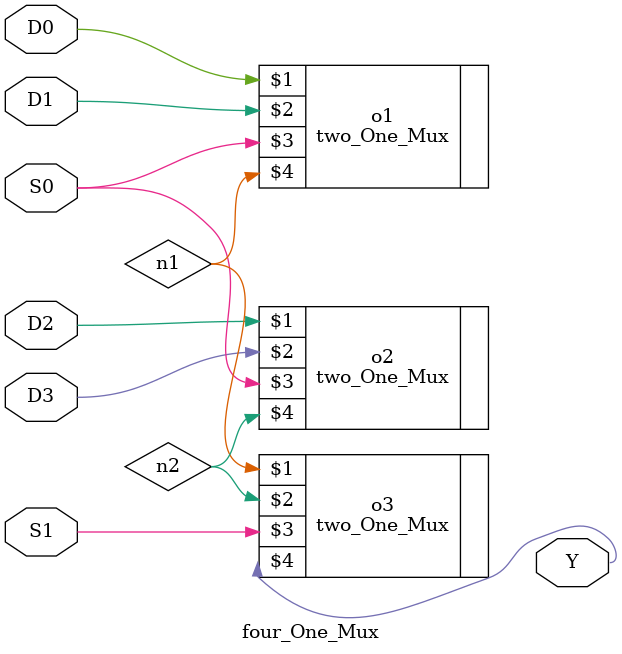
<source format=sv>
`timescale 1ns / 1ps

module four_One_Mux(input logic D0,D1,D2,D3,S0,S1, output logic Y );
    
    logic n1,n2;
    two_One_Mux o1(D0,D1,S0,n1);
    two_One_Mux o2(D2,D3,S0,n2);
    two_One_Mux o3(n1,n2,S1,Y);
    
endmodule

</source>
